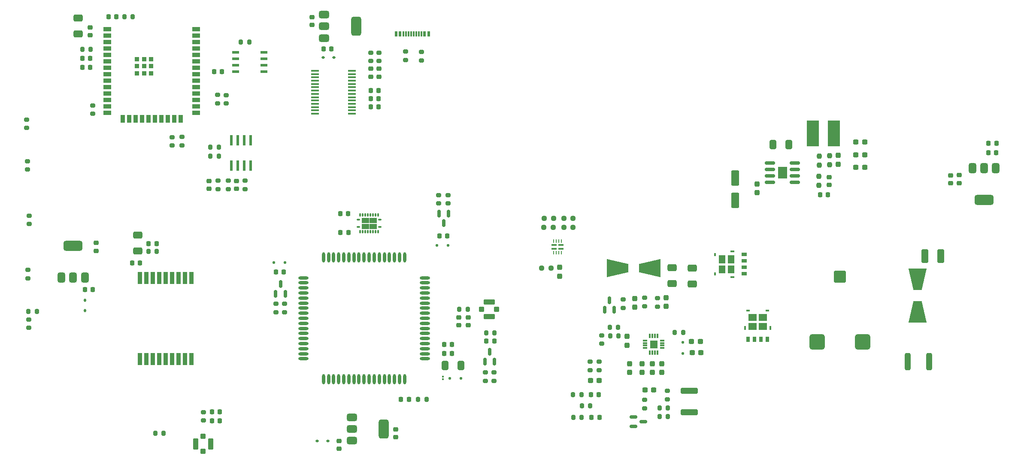
<source format=gbr>
%TF.GenerationSoftware,KiCad,Pcbnew,9.0.6*%
%TF.CreationDate,2026-02-17T13:33:00+03:00*%
%TF.ProjectId,AWS PROJECT,41575320-5052-44f4-9a45-43542e6b6963,rev?*%
%TF.SameCoordinates,Original*%
%TF.FileFunction,Paste,Top*%
%TF.FilePolarity,Positive*%
%FSLAX46Y46*%
G04 Gerber Fmt 4.6, Leading zero omitted, Abs format (unit mm)*
G04 Created by KiCad (PCBNEW 9.0.6) date 2026-02-17 13:33:00*
%MOMM*%
%LPD*%
G01*
G04 APERTURE LIST*
G04 Aperture macros list*
%AMRoundRect*
0 Rectangle with rounded corners*
0 $1 Rounding radius*
0 $2 $3 $4 $5 $6 $7 $8 $9 X,Y pos of 4 corners*
0 Add a 4 corners polygon primitive as box body*
4,1,4,$2,$3,$4,$5,$6,$7,$8,$9,$2,$3,0*
0 Add four circle primitives for the rounded corners*
1,1,$1+$1,$2,$3*
1,1,$1+$1,$4,$5*
1,1,$1+$1,$6,$7*
1,1,$1+$1,$8,$9*
0 Add four rect primitives between the rounded corners*
20,1,$1+$1,$2,$3,$4,$5,0*
20,1,$1+$1,$4,$5,$6,$7,0*
20,1,$1+$1,$6,$7,$8,$9,0*
20,1,$1+$1,$8,$9,$2,$3,0*%
%AMOutline4P*
0 Free polygon, 4 corners , with rotation*
0 The origin of the aperture is its center*
0 number of corners: always 4*
0 $1 to $8 corner X, Y*
0 $9 Rotation angle, in degrees counterclockwise*
0 create outline with 4 corners*
4,1,4,$1,$2,$3,$4,$5,$6,$7,$8,$1,$2,$9*%
G04 Aperture macros list end*
%ADD10C,0.010000*%
%ADD11RoundRect,0.032500X-0.397500X0.097500X-0.397500X-0.097500X0.397500X-0.097500X0.397500X0.097500X0*%
%ADD12RoundRect,0.032500X-0.097500X0.397500X-0.097500X-0.397500X0.097500X-0.397500X0.097500X0.397500X0*%
%ADD13RoundRect,0.200000X0.275000X-0.200000X0.275000X0.200000X-0.275000X0.200000X-0.275000X-0.200000X0*%
%ADD14RoundRect,0.225000X-0.250000X0.225000X-0.250000X-0.225000X0.250000X-0.225000X0.250000X0.225000X0*%
%ADD15RoundRect,0.237500X-0.300000X-0.237500X0.300000X-0.237500X0.300000X0.237500X-0.300000X0.237500X0*%
%ADD16RoundRect,0.250000X0.412500X0.650000X-0.412500X0.650000X-0.412500X-0.650000X0.412500X-0.650000X0*%
%ADD17RoundRect,0.360000X-0.840000X-0.840000X0.840000X-0.840000X0.840000X0.840000X-0.840000X0.840000X0*%
%ADD18RoundRect,0.450000X-1.050000X-1.050000X1.050000X-1.050000X1.050000X1.050000X-1.050000X1.050000X0*%
%ADD19RoundRect,0.200000X-0.200000X-0.275000X0.200000X-0.275000X0.200000X0.275000X-0.200000X0.275000X0*%
%ADD20RoundRect,0.237500X-0.237500X0.300000X-0.237500X-0.300000X0.237500X-0.300000X0.237500X0.300000X0*%
%ADD21RoundRect,0.250000X-0.550000X1.250000X-0.550000X-1.250000X0.550000X-1.250000X0.550000X1.250000X0*%
%ADD22RoundRect,0.200000X0.200000X0.275000X-0.200000X0.275000X-0.200000X-0.275000X0.200000X-0.275000X0*%
%ADD23R,2.350000X5.100000*%
%ADD24RoundRect,0.237500X0.237500X-0.300000X0.237500X0.300000X-0.237500X0.300000X-0.237500X-0.300000X0*%
%ADD25RoundRect,0.125000X-0.125000X0.125000X-0.125000X-0.125000X0.125000X-0.125000X0.125000X0.125000X0*%
%ADD26RoundRect,0.237500X0.300000X0.237500X-0.300000X0.237500X-0.300000X-0.237500X0.300000X-0.237500X0*%
%ADD27RoundRect,0.237500X0.237500X-0.250000X0.237500X0.250000X-0.237500X0.250000X-0.237500X-0.250000X0*%
%ADD28RoundRect,0.250000X-0.650000X0.412500X-0.650000X-0.412500X0.650000X-0.412500X0.650000X0.412500X0*%
%ADD29RoundRect,0.237500X-0.250000X-0.237500X0.250000X-0.237500X0.250000X0.237500X-0.250000X0.237500X0*%
%ADD30RoundRect,0.237500X0.250000X0.237500X-0.250000X0.237500X-0.250000X-0.237500X0.250000X-0.237500X0*%
%ADD31RoundRect,0.200000X-0.275000X0.200000X-0.275000X-0.200000X0.275000X-0.200000X0.275000X0.200000X0*%
%ADD32RoundRect,0.250000X-0.312500X-1.450000X0.312500X-1.450000X0.312500X1.450000X-0.312500X1.450000X0*%
%ADD33Outline4P,-2.150000X-1.800000X2.150000X-0.800000X2.150000X0.800000X-2.150000X1.800000X90.000000*%
%ADD34Outline4P,-2.150000X-1.800000X2.150000X-0.800000X2.150000X0.800000X-2.150000X1.800000X270.000000*%
%ADD35RoundRect,0.218750X0.218750X0.256250X-0.218750X0.256250X-0.218750X-0.256250X0.218750X-0.256250X0*%
%ADD36RoundRect,0.375000X-0.375000X0.625000X-0.375000X-0.625000X0.375000X-0.625000X0.375000X0.625000X0*%
%ADD37RoundRect,0.500000X-1.400000X0.500000X-1.400000X-0.500000X1.400000X-0.500000X1.400000X0.500000X0*%
%ADD38R,0.750000X1.000000*%
%ADD39RoundRect,0.225000X-0.225000X-0.250000X0.225000X-0.250000X0.225000X0.250000X-0.225000X0.250000X0*%
%ADD40R,1.000000X0.750000*%
%ADD41Outline4P,-2.150000X-1.800000X2.150000X-0.800000X2.150000X0.800000X-2.150000X1.800000X0.000000*%
%ADD42Outline4P,-2.150000X-1.800000X2.150000X-0.800000X2.150000X0.800000X-2.150000X1.800000X180.000000*%
%ADD43RoundRect,0.150000X-0.590000X-0.150000X0.590000X-0.150000X0.590000X0.150000X-0.590000X0.150000X0*%
%ADD44RoundRect,0.150000X0.150000X-0.590000X0.150000X0.590000X-0.150000X0.590000X-0.150000X-0.590000X0*%
%ADD45RoundRect,0.237500X-0.237500X0.250000X-0.237500X-0.250000X0.237500X-0.250000X0.237500X0.250000X0*%
%ADD46RoundRect,0.250000X-0.412500X-1.100000X0.412500X-1.100000X0.412500X1.100000X-0.412500X1.100000X0*%
%ADD47RoundRect,0.250000X-1.450000X0.312500X-1.450000X-0.312500X1.450000X-0.312500X1.450000X0.312500X0*%
%ADD48RoundRect,0.050000X0.050000X0.250000X-0.050000X0.250000X-0.050000X-0.250000X0.050000X-0.250000X0*%
%ADD49RoundRect,0.100000X0.425000X0.100000X-0.425000X0.100000X-0.425000X-0.100000X0.425000X-0.100000X0*%
%ADD50RoundRect,0.150000X-0.835000X-0.150000X0.835000X-0.150000X0.835000X0.150000X-0.835000X0.150000X0*%
%ADD51RoundRect,0.125000X0.125000X0.125000X-0.125000X0.125000X-0.125000X-0.125000X0.125000X-0.125000X0*%
%ADD52RoundRect,0.225000X0.225000X0.250000X-0.225000X0.250000X-0.225000X-0.250000X0.225000X-0.250000X0*%
%ADD53RoundRect,0.006000X0.294000X-0.114000X0.294000X0.114000X-0.294000X0.114000X-0.294000X-0.114000X0*%
%ADD54RoundRect,0.006000X0.114000X-0.294000X0.114000X0.294000X-0.114000X0.294000X-0.114000X-0.294000X0*%
%ADD55RoundRect,0.100000X-0.400000X-0.400000X0.400000X-0.400000X0.400000X0.400000X-0.400000X0.400000X0*%
%ADD56RoundRect,0.105000X-0.420000X-0.995000X0.420000X-0.995000X0.420000X0.995000X-0.420000X0.995000X0*%
%ADD57RoundRect,0.125000X-0.125000X-0.125000X0.125000X-0.125000X0.125000X0.125000X-0.125000X0.125000X0*%
%ADD58RoundRect,0.218750X0.256250X-0.218750X0.256250X0.218750X-0.256250X0.218750X-0.256250X-0.218750X0*%
%ADD59RoundRect,0.250000X0.650000X-0.412500X0.650000X0.412500X-0.650000X0.412500X-0.650000X-0.412500X0*%
%ADD60RoundRect,0.112500X-0.112500X0.187500X-0.112500X-0.187500X0.112500X-0.187500X0.112500X0.187500X0*%
%ADD61O,0.600000X2.000000*%
%ADD62O,2.000000X0.600000*%
%ADD63R,1.422400X0.533400*%
%ADD64RoundRect,0.375000X-0.625000X-0.375000X0.625000X-0.375000X0.625000X0.375000X-0.625000X0.375000X0*%
%ADD65RoundRect,0.500000X-0.500000X-1.400000X0.500000X-1.400000X0.500000X1.400000X-0.500000X1.400000X0*%
%ADD66R,0.900000X2.400000*%
%ADD67RoundRect,0.375000X0.375000X-0.625000X0.375000X0.625000X-0.375000X0.625000X-0.375000X-0.625000X0*%
%ADD68RoundRect,0.500000X1.400000X-0.500000X1.400000X0.500000X-1.400000X0.500000X-1.400000X-0.500000X0*%
%ADD69R,0.400000X0.380000*%
%ADD70RoundRect,0.112500X-0.187500X-0.112500X0.187500X-0.112500X0.187500X0.112500X-0.187500X0.112500X0*%
%ADD71R,1.500000X0.400000*%
%ADD72RoundRect,0.225000X0.250000X-0.225000X0.250000X0.225000X-0.250000X0.225000X-0.250000X-0.225000X0*%
%ADD73RoundRect,0.218750X-0.218750X-0.256250X0.218750X-0.256250X0.218750X0.256250X-0.218750X0.256250X0*%
%ADD74RoundRect,0.112500X0.187500X0.112500X-0.187500X0.112500X-0.187500X-0.112500X0.187500X-0.112500X0*%
%ADD75RoundRect,0.150000X0.150000X-0.587500X0.150000X0.587500X-0.150000X0.587500X-0.150000X-0.587500X0*%
%ADD76RoundRect,0.100000X0.400000X-0.400000X0.400000X0.400000X-0.400000X0.400000X-0.400000X-0.400000X0*%
%ADD77RoundRect,0.105000X0.995000X-0.420000X0.995000X0.420000X-0.995000X0.420000X-0.995000X-0.420000X0*%
%ADD78RoundRect,0.250000X-0.412500X-0.650000X0.412500X-0.650000X0.412500X0.650000X-0.412500X0.650000X0*%
%ADD79R,0.600000X1.140000*%
%ADD80R,0.300000X1.140000*%
%ADD81RoundRect,0.150000X-0.150000X0.587500X-0.150000X-0.587500X0.150000X-0.587500X0.150000X0.587500X0*%
%ADD82RoundRect,0.073750X0.221250X-0.911250X0.221250X0.911250X-0.221250X0.911250X-0.221250X-0.911250X0*%
%ADD83R,1.500000X0.900000*%
%ADD84R,0.900000X1.500000*%
%ADD85R,0.900000X0.900000*%
G04 APERTURE END LIST*
D10*
%TO.C,U14*%
X168067500Y-105995000D02*
X166707500Y-105995000D01*
X166707500Y-104635000D01*
X168067500Y-104635000D01*
X168067500Y-105995000D01*
G36*
X168067500Y-105995000D02*
G01*
X166707500Y-105995000D01*
X166707500Y-104635000D01*
X168067500Y-104635000D01*
X168067500Y-105995000D01*
G37*
%TO.C,Q6*%
X190550000Y-102357500D02*
X190285000Y-102357500D01*
X190285000Y-101682500D01*
X190550000Y-101682500D01*
X190550000Y-102357500D01*
G36*
X190550000Y-102357500D02*
G01*
X190285000Y-102357500D01*
X190285000Y-101682500D01*
X190550000Y-101682500D01*
X190550000Y-102357500D01*
G37*
X190065000Y-98737500D02*
X189525000Y-98737500D01*
X189525000Y-98472500D01*
X190065000Y-98472500D01*
X190065000Y-98737500D01*
G36*
X190065000Y-98737500D02*
G01*
X189525000Y-98737500D01*
X189525000Y-98472500D01*
X190065000Y-98472500D01*
X190065000Y-98737500D01*
G37*
X189645000Y-102375000D02*
X188155000Y-102375000D01*
X188155000Y-101135000D01*
X189645000Y-101135000D01*
X189645000Y-102375000D01*
G36*
X189645000Y-102375000D02*
G01*
X188155000Y-102375000D01*
X188155000Y-101135000D01*
X189645000Y-101135000D01*
X189645000Y-102375000D01*
G37*
X189645000Y-100605000D02*
X188155000Y-100605000D01*
X188155000Y-99365000D01*
X189645000Y-99365000D01*
X189645000Y-100605000D01*
G36*
X189645000Y-100605000D02*
G01*
X188155000Y-100605000D01*
X188155000Y-99365000D01*
X189645000Y-99365000D01*
X189645000Y-100605000D01*
G37*
X187625000Y-102375000D02*
X186135000Y-102375000D01*
X186135000Y-101135000D01*
X187625000Y-101135000D01*
X187625000Y-102375000D01*
G36*
X187625000Y-102375000D02*
G01*
X186135000Y-102375000D01*
X186135000Y-101135000D01*
X187625000Y-101135000D01*
X187625000Y-102375000D01*
G37*
X187625000Y-100605000D02*
X186135000Y-100605000D01*
X186135000Y-99365000D01*
X187625000Y-99365000D01*
X187625000Y-100605000D01*
G36*
X187625000Y-100605000D02*
G01*
X186135000Y-100605000D01*
X186135000Y-99365000D01*
X187625000Y-99365000D01*
X187625000Y-100605000D01*
G37*
X186255000Y-98737500D02*
X185715000Y-98737500D01*
X185715000Y-98472500D01*
X186255000Y-98472500D01*
X186255000Y-98737500D01*
G36*
X186255000Y-98737500D02*
G01*
X185715000Y-98737500D01*
X185715000Y-98472500D01*
X186255000Y-98472500D01*
X186255000Y-98737500D01*
G37*
X185487500Y-102357500D02*
X185222500Y-102357500D01*
X185222500Y-101682500D01*
X185487500Y-101682500D01*
X185487500Y-102357500D01*
G36*
X185487500Y-102357500D02*
G01*
X185222500Y-102357500D01*
X185222500Y-101682500D01*
X185487500Y-101682500D01*
X185487500Y-102357500D01*
G37*
%TO.C,Q5*%
X183260000Y-91255000D02*
X182020000Y-91255000D01*
X182020000Y-89765000D01*
X183260000Y-89765000D01*
X183260000Y-91255000D01*
G36*
X183260000Y-91255000D02*
G01*
X182020000Y-91255000D01*
X182020000Y-89765000D01*
X183260000Y-89765000D01*
X183260000Y-91255000D01*
G37*
X183260000Y-89235000D02*
X182020000Y-89235000D01*
X182020000Y-87745000D01*
X183260000Y-87745000D01*
X183260000Y-89235000D01*
G36*
X183260000Y-89235000D02*
G01*
X182020000Y-89235000D01*
X182020000Y-87745000D01*
X183260000Y-87745000D01*
X183260000Y-89235000D01*
G37*
X183242500Y-92167500D02*
X182567500Y-92167500D01*
X182567500Y-91902500D01*
X183242500Y-91902500D01*
X183242500Y-92167500D01*
G36*
X183242500Y-92167500D02*
G01*
X182567500Y-92167500D01*
X182567500Y-91902500D01*
X183242500Y-91902500D01*
X183242500Y-92167500D01*
G37*
X183242500Y-87105000D02*
X182567500Y-87105000D01*
X182567500Y-86840000D01*
X183242500Y-86840000D01*
X183242500Y-87105000D01*
G36*
X183242500Y-87105000D02*
G01*
X182567500Y-87105000D01*
X182567500Y-86840000D01*
X183242500Y-86840000D01*
X183242500Y-87105000D01*
G37*
X181490000Y-91255000D02*
X180250000Y-91255000D01*
X180250000Y-89765000D01*
X181490000Y-89765000D01*
X181490000Y-91255000D01*
G36*
X181490000Y-91255000D02*
G01*
X180250000Y-91255000D01*
X180250000Y-89765000D01*
X181490000Y-89765000D01*
X181490000Y-91255000D01*
G37*
X181490000Y-89235000D02*
X180250000Y-89235000D01*
X180250000Y-87745000D01*
X181490000Y-87745000D01*
X181490000Y-89235000D01*
G36*
X181490000Y-89235000D02*
G01*
X180250000Y-89235000D01*
X180250000Y-87745000D01*
X181490000Y-87745000D01*
X181490000Y-89235000D01*
G37*
X179622500Y-91675000D02*
X179357500Y-91675000D01*
X179357500Y-91135000D01*
X179622500Y-91135000D01*
X179622500Y-91675000D01*
G36*
X179622500Y-91675000D02*
G01*
X179357500Y-91675000D01*
X179357500Y-91135000D01*
X179622500Y-91135000D01*
X179622500Y-91675000D01*
G37*
X179622500Y-87865000D02*
X179357500Y-87865000D01*
X179357500Y-87325000D01*
X179622500Y-87325000D01*
X179622500Y-87865000D01*
G36*
X179622500Y-87865000D02*
G01*
X179357500Y-87865000D01*
X179357500Y-87325000D01*
X179622500Y-87325000D01*
X179622500Y-87865000D01*
G37*
%TO.C,U16*%
X193626000Y-72490000D02*
X191924000Y-72490000D01*
X191924000Y-70330000D01*
X193626000Y-70330000D01*
X193626000Y-72490000D01*
G36*
X193626000Y-72490000D02*
G01*
X191924000Y-72490000D01*
X191924000Y-70330000D01*
X193626000Y-70330000D01*
X193626000Y-72490000D01*
G37*
%TO.C,U3*%
X111165000Y-81335000D02*
X109835000Y-81335000D01*
X109835000Y-80415000D01*
X111165000Y-80415000D01*
X111165000Y-81335000D01*
G36*
X111165000Y-81335000D02*
G01*
X109835000Y-81335000D01*
X109835000Y-80415000D01*
X111165000Y-80415000D01*
X111165000Y-81335000D01*
G37*
X111165000Y-82455000D02*
X109835000Y-82455000D01*
X109835000Y-81535000D01*
X111165000Y-81535000D01*
X111165000Y-82455000D01*
G36*
X111165000Y-82455000D02*
G01*
X109835000Y-82455000D01*
X109835000Y-81535000D01*
X111165000Y-81535000D01*
X111165000Y-82455000D01*
G37*
X112705000Y-81335000D02*
X111375000Y-81335000D01*
X111375000Y-80415000D01*
X112705000Y-80415000D01*
X112705000Y-81335000D01*
G36*
X112705000Y-81335000D02*
G01*
X111375000Y-81335000D01*
X111375000Y-80415000D01*
X112705000Y-80415000D01*
X112705000Y-81335000D01*
G37*
X112705000Y-82455000D02*
X111375000Y-82455000D01*
X111375000Y-81535000D01*
X112705000Y-81535000D01*
X112705000Y-82455000D01*
G36*
X112705000Y-82455000D02*
G01*
X111375000Y-82455000D01*
X111375000Y-81535000D01*
X112705000Y-81535000D01*
X112705000Y-82455000D01*
G37*
%TD*%
D11*
%TO.C,U14*%
X169072500Y-104565000D03*
X169072500Y-105065000D03*
X169072500Y-105565000D03*
X169072500Y-106065000D03*
D12*
X168137500Y-107000000D03*
X167637500Y-107000000D03*
X167137500Y-107000000D03*
X166637500Y-107000000D03*
D11*
X165702500Y-106065000D03*
X165702500Y-105565000D03*
X165702500Y-105065000D03*
X165702500Y-104565000D03*
D12*
X166637500Y-103630000D03*
X167137500Y-103630000D03*
X167637500Y-103630000D03*
X168137500Y-103630000D03*
%TD*%
D13*
%TO.C,R50*%
X165637500Y-96165000D03*
X165637500Y-97815000D03*
%TD*%
D14*
%TO.C,C58*%
X202025000Y-73847500D03*
X202025000Y-72297500D03*
%TD*%
D15*
%TO.C,C43*%
X176750000Y-107000000D03*
X175025000Y-107000000D03*
%TD*%
D16*
%TO.C,C45*%
X190900000Y-65910000D03*
X194025000Y-65910000D03*
%TD*%
D17*
%TO.C,L1*%
X204147710Y-91951666D03*
D18*
X208647710Y-104851666D03*
X199647710Y-104851666D03*
%TD*%
D19*
%TO.C,R52*%
X154887500Y-117500000D03*
X153237500Y-117500000D03*
%TD*%
D20*
%TO.C,C46*%
X187775000Y-75410000D03*
X187775000Y-73685000D03*
%TD*%
D19*
%TO.C,R67*%
X170212500Y-117862500D03*
X168562500Y-117862500D03*
%TD*%
D21*
%TO.C,C44*%
X183525000Y-76885000D03*
X183525000Y-72485000D03*
%TD*%
D22*
%TO.C,R57*%
X158812500Y-103637500D03*
X160462500Y-103637500D03*
%TD*%
D23*
%TO.C,L2*%
X202925000Y-63660000D03*
X198775000Y-63660000D03*
%TD*%
D24*
%TO.C,C53*%
X165137500Y-109137500D03*
X165137500Y-110862500D03*
%TD*%
D14*
%TO.C,C62*%
X227645210Y-73486666D03*
X227645210Y-71936666D03*
%TD*%
D25*
%TO.C,D22*%
X173137500Y-107100000D03*
X173137500Y-104900000D03*
%TD*%
D26*
%TO.C,C42*%
X174887500Y-104750000D03*
X176612500Y-104750000D03*
%TD*%
%TO.C,C54*%
X165662500Y-114362500D03*
X167387500Y-114362500D03*
%TD*%
D24*
%TO.C,C40*%
X162137500Y-103775000D03*
X162137500Y-105500000D03*
%TD*%
D27*
%TO.C,R65*%
X200025000Y-72160000D03*
X200025000Y-73985000D03*
%TD*%
D28*
%TO.C,C47*%
X171000000Y-93312500D03*
X171000000Y-90187500D03*
%TD*%
D29*
%TO.C,R49*%
X151500000Y-82250000D03*
X149675000Y-82250000D03*
%TD*%
D30*
%TO.C,R53*%
X145337500Y-90250000D03*
X147162500Y-90250000D03*
%TD*%
D31*
%TO.C,R56*%
X157137500Y-105212500D03*
X157137500Y-103562500D03*
%TD*%
D14*
%TO.C,C61*%
X225975210Y-73556666D03*
X225975210Y-72006666D03*
%TD*%
D32*
%TO.C,R61*%
X221775000Y-108750000D03*
X217500000Y-108750000D03*
%TD*%
D29*
%TO.C,R46*%
X147662500Y-80500000D03*
X145837500Y-80500000D03*
%TD*%
D22*
%TO.C,R54*%
X151562500Y-119750000D03*
X153212500Y-119750000D03*
%TD*%
D33*
%TO.C,D23*%
X219450000Y-98890000D03*
D34*
X219450000Y-92490000D03*
%TD*%
D19*
%TO.C,R59*%
X160387500Y-102000000D03*
X158737500Y-102000000D03*
%TD*%
D15*
%TO.C,C37*%
X156637500Y-112500000D03*
X154912500Y-112500000D03*
%TD*%
D22*
%TO.C,R60*%
X171562500Y-103000000D03*
X173212500Y-103000000D03*
%TD*%
%TO.C,R68*%
X168562500Y-119612500D03*
X170212500Y-119612500D03*
%TD*%
D15*
%TO.C,C60*%
X209025000Y-70410000D03*
X207300000Y-70410000D03*
%TD*%
D35*
%TO.C,D19*%
X155137500Y-119750000D03*
X156712500Y-119750000D03*
%TD*%
D27*
%TO.C,R63*%
X200100000Y-68160000D03*
X200100000Y-69985000D03*
%TD*%
D36*
%TO.C,U17*%
X230315210Y-70516666D03*
D37*
X232615210Y-76816666D03*
D36*
X232615210Y-70516666D03*
X234915210Y-70516666D03*
%TD*%
D13*
%TO.C,R66*%
X170137500Y-114537500D03*
X170137500Y-116187500D03*
%TD*%
D20*
%TO.C,C39*%
X148887500Y-91862500D03*
X148887500Y-90137500D03*
%TD*%
D38*
%TO.C,Q6*%
X189795000Y-104362500D03*
X188525000Y-104362500D03*
X187255000Y-104362500D03*
X185985000Y-104362500D03*
%TD*%
D39*
%TO.C,C64*%
X235010210Y-65676666D03*
X233460210Y-65676666D03*
%TD*%
D30*
%TO.C,R47*%
X145750000Y-82250000D03*
X147575000Y-82250000D03*
%TD*%
%TO.C,R48*%
X149675000Y-80500000D03*
X151500000Y-80500000D03*
%TD*%
D13*
%TO.C,R58*%
X168137500Y-96240000D03*
X168137500Y-97890000D03*
%TD*%
D40*
%TO.C,Q5*%
X185247500Y-87595000D03*
X185247500Y-88865000D03*
X185247500Y-90135000D03*
X185247500Y-91405000D03*
%TD*%
D35*
%TO.C,D20*%
X155025000Y-115250000D03*
X156600000Y-115250000D03*
%TD*%
D41*
%TO.C,D21*%
X160250000Y-90250000D03*
D42*
X166650000Y-90250000D03*
%TD*%
D39*
%TO.C,C55*%
X201775000Y-75822500D03*
X200225000Y-75822500D03*
%TD*%
D24*
%TO.C,C51*%
X162627500Y-109137500D03*
X162627500Y-110862500D03*
%TD*%
D15*
%TO.C,C59*%
X209025000Y-67900000D03*
X207300000Y-67900000D03*
%TD*%
D43*
%TO.C,Q7*%
X165327500Y-120612500D03*
X163447500Y-121562500D03*
X163447500Y-119662500D03*
%TD*%
D20*
%TO.C,C38*%
X163637500Y-97990000D03*
X163637500Y-96265000D03*
%TD*%
D28*
%TO.C,C48*%
X175000000Y-93375000D03*
X175000000Y-90250000D03*
%TD*%
D15*
%TO.C,C56*%
X209025000Y-65390000D03*
X207300000Y-65390000D03*
%TD*%
D20*
%TO.C,C52*%
X203775000Y-69772500D03*
X203775000Y-68047500D03*
%TD*%
D44*
%TO.C,Q4*%
X158687500Y-96620000D03*
X159637500Y-98500000D03*
X157737500Y-98500000D03*
%TD*%
D20*
%TO.C,C49*%
X167137500Y-110862500D03*
X167137500Y-109137500D03*
%TD*%
D31*
%TO.C,R51*%
X161387500Y-98140000D03*
X161387500Y-96490000D03*
%TD*%
D24*
%TO.C,C41*%
X169887500Y-96090000D03*
X169887500Y-97815000D03*
%TD*%
D45*
%TO.C,R62*%
X202100000Y-69910000D03*
X202100000Y-68085000D03*
%TD*%
D46*
%TO.C,C57*%
X224012500Y-87890000D03*
X220887500Y-87890000D03*
%TD*%
D13*
%TO.C,R45*%
X154887500Y-108750000D03*
X154887500Y-110400000D03*
%TD*%
%TO.C,R44*%
X156637500Y-108750000D03*
X156637500Y-110400000D03*
%TD*%
D20*
%TO.C,C50*%
X169000000Y-110862500D03*
X169000000Y-109137500D03*
%TD*%
D47*
%TO.C,TH1*%
X174387500Y-118750000D03*
X174387500Y-114475000D03*
%TD*%
D22*
%TO.C,R55*%
X151487500Y-115250000D03*
X153137500Y-115250000D03*
%TD*%
D13*
%TO.C,R64*%
X165637500Y-116287500D03*
X165637500Y-117937500D03*
%TD*%
D48*
%TO.C,U15*%
X149175000Y-87250000D03*
X148675000Y-87250000D03*
X148175000Y-87250000D03*
X147675000Y-87250000D03*
D49*
X147750000Y-86450000D03*
X147750000Y-85750000D03*
D48*
X147675000Y-84950000D03*
X148175000Y-84950000D03*
X148675000Y-84950000D03*
X149175000Y-84950000D03*
D49*
X149100000Y-85750000D03*
X149100000Y-86450000D03*
%TD*%
D50*
%TO.C,U16*%
X195250000Y-69505000D03*
X195250000Y-70775000D03*
X195250000Y-72045000D03*
X195250000Y-73315000D03*
X190300000Y-73315000D03*
X190300000Y-72045000D03*
X190300000Y-70775000D03*
X190300000Y-69505000D03*
%TD*%
D39*
%TO.C,C63*%
X234990210Y-67476666D03*
X233440210Y-67476666D03*
%TD*%
D51*
%TO.C,D3*%
X94677500Y-89180000D03*
X92477500Y-89180000D03*
%TD*%
D31*
%TO.C,R3*%
X126800000Y-75860000D03*
X126800000Y-77510000D03*
%TD*%
D52*
%TO.C,C28*%
X82249000Y-51515000D03*
X80699000Y-51515000D03*
%TD*%
D53*
%TO.C,U3*%
X109120000Y-82185000D03*
D54*
X109520000Y-83085000D03*
X110020000Y-83085000D03*
X110520000Y-83085000D03*
X111020000Y-83085000D03*
X111520000Y-83085000D03*
X112020000Y-83085000D03*
X112520000Y-83085000D03*
X113020000Y-83085000D03*
D53*
X113420000Y-82185000D03*
X113420000Y-80685000D03*
D54*
X113020000Y-79785000D03*
X112520000Y-79785000D03*
X112020000Y-79785000D03*
X111520000Y-79785000D03*
X111020000Y-79785000D03*
X110520000Y-79785000D03*
X110020000Y-79785000D03*
X109520000Y-79785000D03*
D53*
X109120000Y-80685000D03*
%TD*%
D55*
%TO.C,GSM2*%
X78510000Y-123460000D03*
D56*
X79985000Y-124960000D03*
D55*
X78510000Y-126460000D03*
D56*
X77035000Y-124960000D03*
%TD*%
D31*
%TO.C,R34*%
X43735000Y-60952500D03*
X43735000Y-62602500D03*
%TD*%
D14*
%TO.C,C5*%
X128930000Y-100015000D03*
X128930000Y-101565000D03*
%TD*%
D57*
%TO.C,D7*%
X127200000Y-112050000D03*
X129400000Y-112050000D03*
%TD*%
D39*
%TO.C,C15*%
X126055000Y-105380000D03*
X127605000Y-105380000D03*
%TD*%
%TO.C,C22*%
X80245000Y-120390000D03*
X81795000Y-120390000D03*
%TD*%
%TO.C,C4*%
X54670000Y-50690000D03*
X56220000Y-50690000D03*
%TD*%
D19*
%TO.C,R39*%
X85989000Y-45635000D03*
X87639000Y-45635000D03*
%TD*%
D14*
%TO.C,C7*%
X116500000Y-122135000D03*
X116500000Y-123685000D03*
%TD*%
D13*
%TO.C,R42*%
X111590000Y-49430000D03*
X111590000Y-47780000D03*
%TD*%
D58*
%TO.C,D13*%
X79670000Y-74630000D03*
X79670000Y-73055000D03*
%TD*%
D59*
%TO.C,C14*%
X53840000Y-44042500D03*
X53840000Y-40917500D03*
%TD*%
D60*
%TO.C,D25*%
X55190000Y-96602500D03*
X55190000Y-98702500D03*
%TD*%
D22*
%TO.C,R15*%
X136000000Y-103045000D03*
X134350000Y-103045000D03*
%TD*%
D14*
%TO.C,C1*%
X105320000Y-124405000D03*
X105320000Y-125955000D03*
%TD*%
D22*
%TO.C,R20*%
X81625000Y-68160000D03*
X79975000Y-68160000D03*
%TD*%
D19*
%TO.C,R16*%
X120947500Y-116170000D03*
X122597500Y-116170000D03*
%TD*%
D31*
%TO.C,R26*%
X86820000Y-73015000D03*
X86820000Y-74665000D03*
%TD*%
D22*
%TO.C,R36*%
X45720000Y-98872500D03*
X44070000Y-98872500D03*
%TD*%
D13*
%TO.C,R37*%
X44150000Y-102095000D03*
X44150000Y-100445000D03*
%TD*%
%TO.C,R40*%
X121610000Y-49275000D03*
X121610000Y-47625000D03*
%TD*%
D39*
%TO.C,C21*%
X80235000Y-118640000D03*
X81785000Y-118640000D03*
%TD*%
D61*
%TO.C,U5*%
X118270000Y-88190000D03*
X117270000Y-88190000D03*
X116270000Y-88190000D03*
X115270000Y-88190000D03*
X114270000Y-88190000D03*
X113270000Y-88190000D03*
X112270000Y-88190000D03*
X111270000Y-88190000D03*
X110270000Y-88190000D03*
X109270000Y-88190000D03*
X108270000Y-88190000D03*
X107270000Y-88190000D03*
X106270000Y-88190000D03*
X105270000Y-88190000D03*
X104270000Y-88190000D03*
X103270000Y-88190000D03*
X102270000Y-88190000D03*
D62*
X98270000Y-92190000D03*
X98270000Y-93190000D03*
X98270000Y-94190000D03*
X98270000Y-95190000D03*
X98270000Y-96190000D03*
X98270000Y-97190000D03*
X98270000Y-98190000D03*
X98270000Y-99190000D03*
X98270000Y-100190000D03*
X98270000Y-101190000D03*
X98270000Y-102190000D03*
X98270000Y-103190000D03*
X98270000Y-104190000D03*
X98270000Y-105190000D03*
X98270000Y-106190000D03*
X98270000Y-107190000D03*
X98270000Y-108190000D03*
D61*
X102270000Y-112190000D03*
X103270000Y-112190000D03*
X104270000Y-112190000D03*
X105270000Y-112190000D03*
X106270000Y-112190000D03*
X107270000Y-112190000D03*
X108270000Y-112190000D03*
X109270000Y-112190000D03*
X110270000Y-112190000D03*
X111270000Y-112190000D03*
X112270000Y-112190000D03*
X113270000Y-112190000D03*
X114270000Y-112190000D03*
X115270000Y-112190000D03*
X116270000Y-112190000D03*
X117270000Y-112190000D03*
X118270000Y-112190000D03*
D62*
X122270000Y-108190000D03*
X122270000Y-107190000D03*
X122270000Y-106190000D03*
X122270000Y-105190000D03*
X122270000Y-104190000D03*
X122270000Y-103190000D03*
X122270000Y-102190000D03*
X122270000Y-101190000D03*
X122270000Y-100190000D03*
X122270000Y-99190000D03*
X122270000Y-98190000D03*
X122270000Y-97190000D03*
X122270000Y-96190000D03*
X122270000Y-95190000D03*
X122270000Y-94190000D03*
X122270000Y-93190000D03*
X122270000Y-92190000D03*
%TD*%
D13*
%TO.C,R5*%
X94592500Y-98995000D03*
X94592500Y-97345000D03*
%TD*%
D63*
%TO.C,U11*%
X90524000Y-51515000D03*
X90524000Y-50245000D03*
X90524000Y-48975000D03*
X90524000Y-47705000D03*
X84936000Y-47705000D03*
X84936000Y-48975000D03*
X84936000Y-50245000D03*
X84936000Y-51515000D03*
%TD*%
D31*
%TO.C,R12*%
X56730000Y-58185000D03*
X56730000Y-59835000D03*
%TD*%
D39*
%TO.C,C34*%
X111565000Y-58410000D03*
X113115000Y-58410000D03*
%TD*%
D13*
%TO.C,R14*%
X135870000Y-112540000D03*
X135870000Y-110890000D03*
%TD*%
D39*
%TO.C,C32*%
X111595000Y-55220000D03*
X113145000Y-55220000D03*
%TD*%
D52*
%TO.C,C12*%
X126665000Y-83950000D03*
X125115000Y-83950000D03*
%TD*%
D14*
%TO.C,C26*%
X85130000Y-73055000D03*
X85130000Y-74605000D03*
%TD*%
D52*
%TO.C,C27*%
X66065000Y-89240000D03*
X64515000Y-89240000D03*
%TD*%
D64*
%TO.C,U1*%
X107840000Y-119737500D03*
X107840000Y-122037500D03*
D65*
X114140000Y-122037500D03*
D64*
X107840000Y-124337500D03*
%TD*%
D39*
%TO.C,C30*%
X55175000Y-94490000D03*
X56725000Y-94490000D03*
%TD*%
D66*
%TO.C,U9*%
X76240000Y-92220000D03*
X74970000Y-92220000D03*
X73700000Y-92220000D03*
X72430000Y-92220000D03*
X71160000Y-92220000D03*
X69890000Y-92220000D03*
X68560000Y-92220000D03*
X67350000Y-92220000D03*
X66080000Y-92220000D03*
X66080000Y-108220000D03*
X67350000Y-108220000D03*
X68560000Y-108220000D03*
X69890000Y-108220000D03*
X71160000Y-108220000D03*
X72430000Y-108220000D03*
X73700000Y-108220000D03*
X74970000Y-108220000D03*
X76240000Y-108220000D03*
%TD*%
D58*
%TO.C,D18*%
X113230000Y-52507500D03*
X113230000Y-50932500D03*
%TD*%
D31*
%TO.C,R10*%
X74310000Y-64415000D03*
X74310000Y-66065000D03*
%TD*%
%TO.C,R33*%
X43915000Y-90662500D03*
X43915000Y-92312500D03*
%TD*%
%TO.C,R7*%
X83110000Y-56155000D03*
X83110000Y-57805000D03*
%TD*%
D19*
%TO.C,R4*%
X54675000Y-47110000D03*
X56325000Y-47110000D03*
%TD*%
D22*
%TO.C,R30*%
X70745000Y-122900000D03*
X69095000Y-122900000D03*
%TD*%
D39*
%TO.C,C16*%
X126060000Y-107110000D03*
X127610000Y-107110000D03*
%TD*%
D14*
%TO.C,C31*%
X57380000Y-85330000D03*
X57380000Y-86880000D03*
%TD*%
D31*
%TO.C,R32*%
X44180000Y-79915000D03*
X44180000Y-81565000D03*
%TD*%
D67*
%TO.C,U10*%
X50580000Y-92160000D03*
X52880000Y-92160000D03*
D68*
X52880000Y-85860000D03*
D67*
X55180000Y-92160000D03*
%TD*%
D19*
%TO.C,R1*%
X129045000Y-98410000D03*
X130695000Y-98410000D03*
%TD*%
D31*
%TO.C,R8*%
X81340000Y-56115000D03*
X81340000Y-57765000D03*
%TD*%
D69*
%TO.C,FB1*%
X125850000Y-111669000D03*
X125850000Y-112231000D03*
%TD*%
D59*
%TO.C,C25*%
X65600000Y-86922500D03*
X65600000Y-83797500D03*
%TD*%
D70*
%TO.C,D20*%
X102210000Y-48750000D03*
X104310000Y-48750000D03*
%TD*%
D71*
%TO.C,U13*%
X100625000Y-51345000D03*
X100625000Y-51995000D03*
X100625000Y-52645000D03*
X100625000Y-53295000D03*
X100625000Y-53945000D03*
X100625000Y-54595000D03*
X100625000Y-55245000D03*
X100625000Y-55895000D03*
X100625000Y-56545000D03*
X100625000Y-57195000D03*
X100625000Y-57845000D03*
X100625000Y-58495000D03*
X100625000Y-59145000D03*
X100625000Y-59795000D03*
X107875000Y-59795000D03*
X107875000Y-59145000D03*
X107875000Y-58495000D03*
X107875000Y-57845000D03*
X107875000Y-57195000D03*
X107875000Y-56545000D03*
X107875000Y-55895000D03*
X107875000Y-55245000D03*
X107875000Y-54595000D03*
X107875000Y-53945000D03*
X107875000Y-53295000D03*
X107875000Y-52645000D03*
X107875000Y-51995000D03*
X107875000Y-51345000D03*
%TD*%
D13*
%TO.C,R2*%
X92902500Y-98995000D03*
X92902500Y-97345000D03*
%TD*%
D72*
%TO.C,C13*%
X56250000Y-44315000D03*
X56250000Y-42765000D03*
%TD*%
D51*
%TO.C,D4*%
X126850000Y-85790000D03*
X124650000Y-85790000D03*
%TD*%
D72*
%TO.C,C36*%
X100020000Y-42312500D03*
X100020000Y-40762500D03*
%TD*%
D73*
%TO.C,D11*%
X67782500Y-85420000D03*
X69357500Y-85420000D03*
%TD*%
D39*
%TO.C,C35*%
X102255000Y-47020000D03*
X103805000Y-47020000D03*
%TD*%
D13*
%TO.C,R41*%
X118500000Y-49215000D03*
X118500000Y-47565000D03*
%TD*%
D64*
%TO.C,U12*%
X102390000Y-40270000D03*
X102390000Y-42570000D03*
D65*
X108690000Y-42570000D03*
D64*
X102390000Y-44870000D03*
%TD*%
D73*
%TO.C,D9*%
X117555000Y-116160000D03*
X119130000Y-116160000D03*
%TD*%
D52*
%TO.C,C11*%
X94455000Y-91050000D03*
X92905000Y-91050000D03*
%TD*%
D74*
%TO.C,D21*%
X103097500Y-124420000D03*
X100997500Y-124420000D03*
%TD*%
D13*
%TO.C,R43*%
X113230000Y-49430000D03*
X113230000Y-47780000D03*
%TD*%
D52*
%TO.C,C2*%
X107135000Y-79530000D03*
X105585000Y-79530000D03*
%TD*%
D13*
%TO.C,R11*%
X72410000Y-66085000D03*
X72410000Y-64435000D03*
%TD*%
%TO.C,R38*%
X43845000Y-70832500D03*
X43845000Y-69182500D03*
%TD*%
D75*
%TO.C,Q3*%
X134110000Y-108705000D03*
X136010000Y-108705000D03*
X135060000Y-106830000D03*
%TD*%
D76*
%TO.C,GSM1*%
X133430000Y-98410000D03*
D77*
X134930000Y-96935000D03*
D76*
X136430000Y-98410000D03*
D77*
X134930000Y-99885000D03*
%TD*%
D31*
%TO.C,R6*%
X125020000Y-75885000D03*
X125020000Y-77535000D03*
%TD*%
%TO.C,R29*%
X81480000Y-73027500D03*
X81480000Y-74677500D03*
%TD*%
D78*
%TO.C,C17*%
X126257500Y-109520000D03*
X129382500Y-109520000D03*
%TD*%
D52*
%TO.C,C8*%
X56230000Y-48870000D03*
X54680000Y-48870000D03*
%TD*%
D19*
%TO.C,R9*%
X63000000Y-40650000D03*
X64650000Y-40650000D03*
%TD*%
D75*
%TO.C,Q1*%
X92832500Y-95327500D03*
X94732500Y-95327500D03*
X93782500Y-93452500D03*
%TD*%
D39*
%TO.C,C33*%
X111575000Y-56820000D03*
X113125000Y-56820000D03*
%TD*%
D14*
%TO.C,C10*%
X130810000Y-100015000D03*
X130810000Y-101565000D03*
%TD*%
D79*
%TO.C,J24*%
X123000000Y-44077500D03*
X122200000Y-44077500D03*
D80*
X121050000Y-44077500D03*
X120050000Y-44077500D03*
X119550000Y-44077500D03*
X118550000Y-44077500D03*
D79*
X116600000Y-44077500D03*
X117400000Y-44077500D03*
D80*
X118050000Y-44077500D03*
X119050000Y-44077500D03*
X120550000Y-44077500D03*
X121550000Y-44077500D03*
%TD*%
D81*
%TO.C,Q2*%
X126930000Y-79542500D03*
X125030000Y-79542500D03*
X125980000Y-81417500D03*
%TD*%
D22*
%TO.C,R23*%
X69385000Y-86990000D03*
X67735000Y-86990000D03*
%TD*%
%TO.C,R21*%
X81595000Y-66380000D03*
X79945000Y-66380000D03*
%TD*%
D73*
%TO.C,D5*%
X59832500Y-40680000D03*
X61407500Y-40680000D03*
%TD*%
D82*
%TO.C,U8*%
X84065000Y-70035000D03*
X85335000Y-70035000D03*
X86605000Y-70035000D03*
X87875000Y-70035000D03*
X87875000Y-65085000D03*
X86605000Y-65085000D03*
X85335000Y-65085000D03*
X84065000Y-65085000D03*
%TD*%
D31*
%TO.C,R25*%
X83490000Y-73045000D03*
X83490000Y-74695000D03*
%TD*%
D13*
%TO.C,R13*%
X134180000Y-112550000D03*
X134180000Y-110900000D03*
%TD*%
D58*
%TO.C,D17*%
X111580000Y-52507500D03*
X111580000Y-50932500D03*
%TD*%
D83*
%TO.C,U4*%
X59620000Y-43090000D03*
X59620000Y-44360000D03*
X59620000Y-45630000D03*
X59620000Y-46900000D03*
X59620000Y-48170000D03*
X59620000Y-49440000D03*
X59620000Y-50710000D03*
X59620000Y-51980000D03*
X59620000Y-53250000D03*
X59620000Y-54520000D03*
X59620000Y-55790000D03*
X59620000Y-57060000D03*
X59620000Y-58330000D03*
X59620000Y-59600000D03*
D84*
X62660000Y-60850000D03*
X63930000Y-60850000D03*
X65200000Y-60850000D03*
X66470000Y-60850000D03*
X67740000Y-60850000D03*
X69010000Y-60850000D03*
X70280000Y-60850000D03*
X71550000Y-60850000D03*
X72820000Y-60850000D03*
X74090000Y-60850000D03*
D83*
X77120000Y-59600000D03*
X77120000Y-58330000D03*
X77120000Y-57060000D03*
X77120000Y-55790000D03*
X77120000Y-54520000D03*
X77120000Y-53250000D03*
X77120000Y-51980000D03*
X77120000Y-50710000D03*
X77120000Y-49440000D03*
X77120000Y-48170000D03*
X77120000Y-46900000D03*
X77120000Y-45630000D03*
X77120000Y-44360000D03*
X77120000Y-43090000D03*
D85*
X65470000Y-49030000D03*
X66870000Y-49030000D03*
X68270000Y-49030000D03*
X65470000Y-50430000D03*
X66870000Y-50430000D03*
X68270000Y-50430000D03*
X65470000Y-51830000D03*
X66870000Y-51830000D03*
X68270000Y-51830000D03*
%TD*%
D73*
%TO.C,D8*%
X134382500Y-104665000D03*
X135957500Y-104665000D03*
%TD*%
D52*
%TO.C,C6*%
X107165000Y-83290000D03*
X105615000Y-83290000D03*
%TD*%
D31*
%TO.C,R24*%
X78540000Y-118695000D03*
X78540000Y-120345000D03*
%TD*%
M02*

</source>
